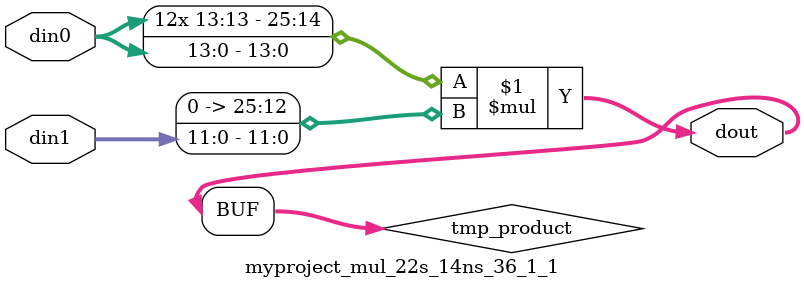
<source format=v>

`timescale 1 ns / 1 ps

  module myproject_mul_22s_14ns_36_1_1(din0, din1, dout);
parameter ID = 1;
parameter NUM_STAGE = 0;
parameter din0_WIDTH = 14;
parameter din1_WIDTH = 12;
parameter dout_WIDTH = 26;

input [din0_WIDTH - 1 : 0] din0; 
input [din1_WIDTH - 1 : 0] din1; 
output [dout_WIDTH - 1 : 0] dout;

wire signed [dout_WIDTH - 1 : 0] tmp_product;












assign tmp_product = $signed(din0) * $signed({1'b0, din1});









assign dout = tmp_product;







endmodule

</source>
